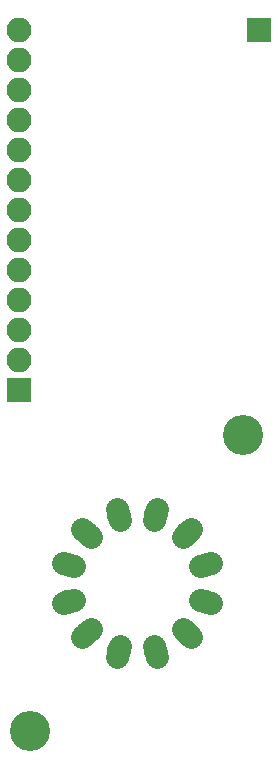
<source format=gbs>
G04 #@! TF.GenerationSoftware,KiCad,Pcbnew,5.0.0-rc2-unknown-e4a6f2e~65~ubuntu18.04.1*
G04 #@! TF.CreationDate,2018-06-07T10:51:13+01:00*
G04 #@! TF.ProjectId,IV-11-breakout,49562D31312D627265616B6F75742E6B,rev?*
G04 #@! TF.SameCoordinates,Original*
G04 #@! TF.FileFunction,Soldermask,Bot*
G04 #@! TF.FilePolarity,Negative*
%FSLAX46Y46*%
G04 Gerber Fmt 4.6, Leading zero omitted, Abs format (unit mm)*
G04 Created by KiCad (PCBNEW 5.0.0-rc2-unknown-e4a6f2e~65~ubuntu18.04.1) date Thu Jun  7 10:51:13 2018*
%MOMM*%
%LPD*%
G01*
G04 APERTURE LIST*
%ADD10O,2.100000X2.100000*%
%ADD11R,2.100000X2.100000*%
%ADD12C,1.924000*%
%ADD13C,1.924000*%
%ADD14C,3.400000*%
G04 APERTURE END LIST*
D10*
G04 #@! TO.C,J1*
X102540000Y-99695000D03*
X102540000Y-102235000D03*
X102540000Y-104775000D03*
X102540000Y-107315000D03*
X102540000Y-109855000D03*
X102540000Y-112395000D03*
X102540000Y-114935000D03*
X102540000Y-117475000D03*
X102540000Y-120015000D03*
X102540000Y-122555000D03*
X102540000Y-125095000D03*
X102540000Y-127635000D03*
D11*
X102540000Y-130175000D03*
G04 #@! TD*
D12*
G04 #@! TO.C,VFD1*
X114052914Y-152295555D03*
D13*
X114179218Y-152766927D02*
X113926610Y-151824183D01*
D12*
X116742640Y-150742641D03*
D13*
X117087708Y-151087709D02*
X116397572Y-150397573D01*
D12*
X118295555Y-148052915D03*
D13*
X118766927Y-148179219D02*
X117824183Y-147926611D01*
D12*
X118295555Y-144947086D03*
D13*
X118766927Y-144820782D02*
X117824183Y-145073390D01*
D12*
X116742641Y-142257360D03*
D13*
X117087709Y-141912292D02*
X116397573Y-142602428D01*
D12*
X114052915Y-140704445D03*
D13*
X114179219Y-140233073D02*
X113926611Y-141175817D01*
D12*
X110947086Y-140704445D03*
D13*
X110820782Y-140233073D02*
X111073390Y-141175817D01*
D12*
X108257360Y-142257359D03*
D13*
X107912292Y-141912291D02*
X108602428Y-142602427D01*
D12*
X106704445Y-144947085D03*
D13*
X106233073Y-144820781D02*
X107175817Y-145073389D01*
D12*
X106704445Y-148052914D03*
D13*
X106233073Y-148179218D02*
X107175817Y-147926610D01*
D12*
X108257359Y-150742640D03*
D13*
X107912291Y-151087708D02*
X108602427Y-150397572D01*
D12*
X110947085Y-152295555D03*
D13*
X110820781Y-152766927D02*
X111073389Y-151824183D01*
G04 #@! TD*
D11*
G04 #@! TO.C,J2*
X122860000Y-99695000D03*
G04 #@! TD*
D14*
G04 #@! TO.C,REF\002A\002A*
X103500000Y-159000000D03*
G04 #@! TD*
G04 #@! TO.C,REF\002A\002A*
X121500000Y-134000000D03*
G04 #@! TD*
M02*

</source>
